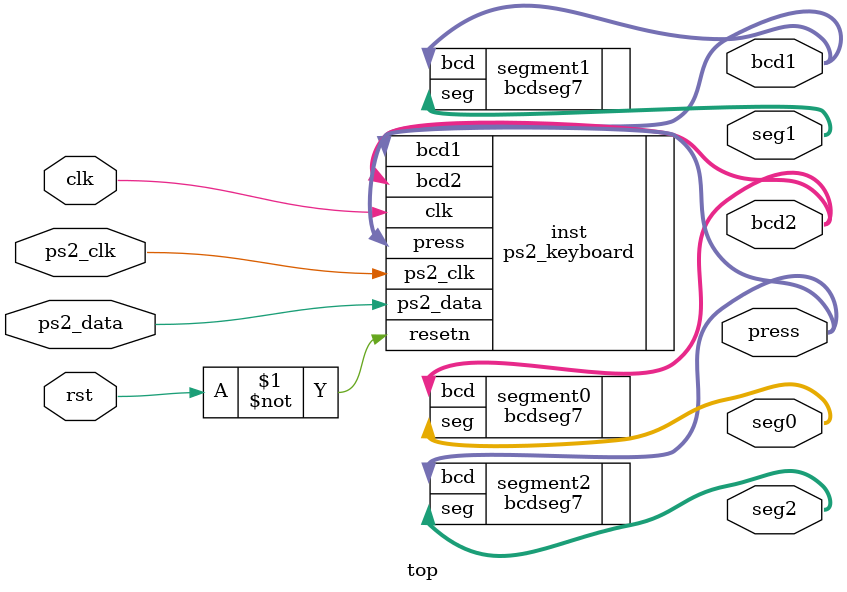
<source format=v>
module top(
  input clk,
  input rst,
  input ps2_clk,
  input ps2_data,
  output [3:0] press,
  output [3:0] bcd1,
  output [3:0] bcd2,
  output [6:0] seg0,
  output [6:0] seg1,
  output [6:0] seg2
);

ps2_keyboard inst(
    .clk(clk),
    .resetn(~rst),
    .ps2_clk(ps2_clk),
    .ps2_data(ps2_data),
    .press(press),
    .bcd1(bcd1),
    .bcd2(bcd2)
);

bcdseg7 segment0(
	.bcd(bcd2),
	.seg(seg0)
);

bcdseg7 segment1(
	.bcd(bcd1),
	.seg(seg1)
);

bcdseg7 segment2(
        .bcd(press),
        .seg(seg2)
);

endmodule

</source>
